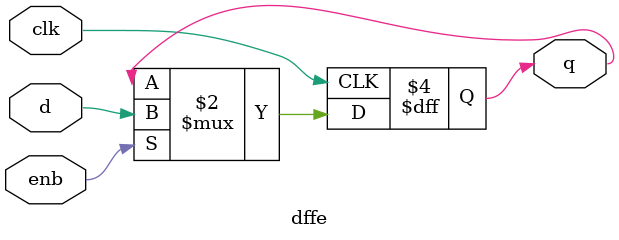
<source format=sv>
`timescale 1ns / 1ps

module dffe (input logic clk, d, enb,
             output logic q);

    always_ff @(posedge clk)
        if (enb) q <= d;

endmodule: dffe
</source>
